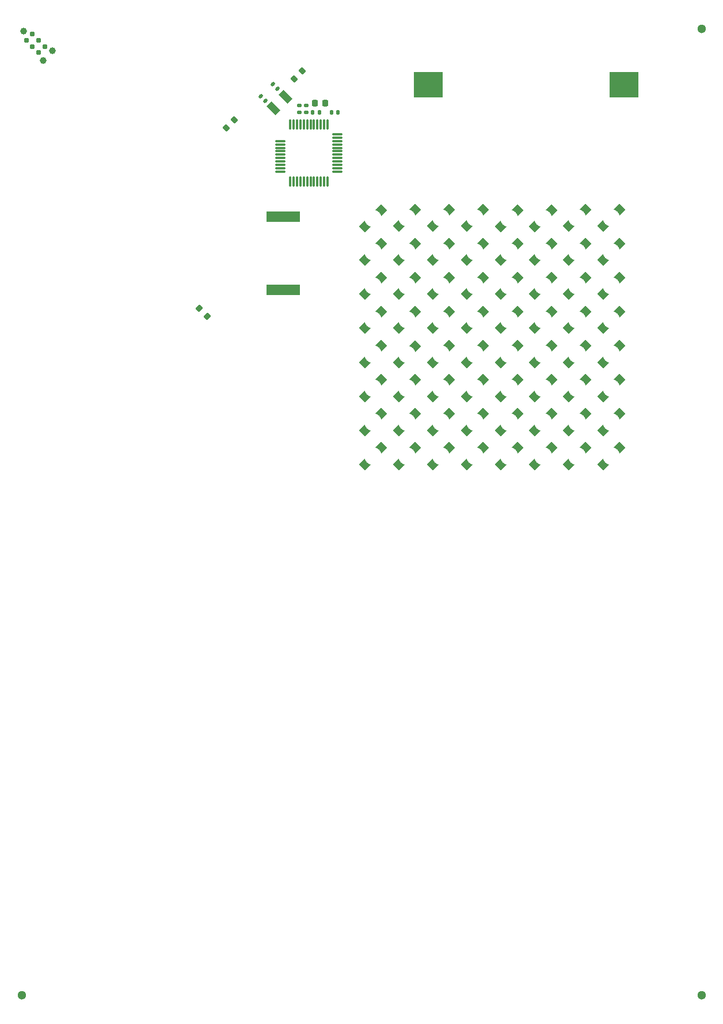
<source format=gbs>
%TF.GenerationSoftware,KiCad,Pcbnew,9.0.4*%
%TF.CreationDate,2025-09-01T02:23:15+01:00*%
%TF.ProjectId,Chirstmas-Card,43686972-7374-46d6-9173-2d436172642e,rev?*%
%TF.SameCoordinates,Original*%
%TF.FileFunction,Soldermask,Bot*%
%TF.FilePolarity,Negative*%
%FSLAX46Y46*%
G04 Gerber Fmt 4.6, Leading zero omitted, Abs format (unit mm)*
G04 Created by KiCad (PCBNEW 9.0.4) date 2025-09-01 02:23:15*
%MOMM*%
%LPD*%
G01*
G04 APERTURE LIST*
G04 Aperture macros list*
%AMRoundRect*
0 Rectangle with rounded corners*
0 $1 Rounding radius*
0 $2 $3 $4 $5 $6 $7 $8 $9 X,Y pos of 4 corners*
0 Add a 4 corners polygon primitive as box body*
4,1,4,$2,$3,$4,$5,$6,$7,$8,$9,$2,$3,0*
0 Add four circle primitives for the rounded corners*
1,1,$1+$1,$2,$3*
1,1,$1+$1,$4,$5*
1,1,$1+$1,$6,$7*
1,1,$1+$1,$8,$9*
0 Add four rect primitives between the rounded corners*
20,1,$1+$1,$2,$3,$4,$5,0*
20,1,$1+$1,$4,$5,$6,$7,0*
20,1,$1+$1,$6,$7,$8,$9,0*
20,1,$1+$1,$8,$9,$2,$3,0*%
%AMRotRect*
0 Rectangle, with rotation*
0 The origin of the aperture is its center*
0 $1 length*
0 $2 width*
0 $3 Rotation angle, in degrees counterclockwise*
0 Add horizontal line*
21,1,$1,$2,0,0,$3*%
%AMFreePoly0*
4,1,12,0.707250,0.605397,0.612657,0.415428,0.554581,0.211312,0.535000,0.000000,0.554581,-0.211312,0.612657,-0.415428,0.707250,-0.605397,0.722054,-0.625000,-0.535000,-0.625000,-0.535000,0.625000,0.722054,0.625000,0.707250,0.605397,0.707250,0.605397,$1*%
G04 Aperture macros list end*
%ADD10FreePoly0,225.000000*%
%ADD11FreePoly0,45.000000*%
%ADD12R,5.000000X1.500000*%
%ADD13R,4.200000X3.800000*%
%ADD14C,1.300000*%
%ADD15RoundRect,0.200000X0.053033X-0.335876X0.335876X-0.053033X-0.053033X0.335876X-0.335876X0.053033X0*%
%ADD16RoundRect,0.075000X-0.075000X0.662500X-0.075000X-0.662500X0.075000X-0.662500X0.075000X0.662500X0*%
%ADD17RoundRect,0.075000X-0.662500X0.075000X-0.662500X-0.075000X0.662500X-0.075000X0.662500X0.075000X0*%
%ADD18RoundRect,0.140000X-0.140000X-0.170000X0.140000X-0.170000X0.140000X0.170000X-0.140000X0.170000X0*%
%ADD19RoundRect,0.200000X-0.335876X-0.053033X-0.053033X-0.335876X0.335876X0.053033X0.053033X0.335876X0*%
%ADD20RoundRect,0.225000X-0.225000X-0.250000X0.225000X-0.250000X0.225000X0.250000X-0.225000X0.250000X0*%
%ADD21C,0.990600*%
%ADD22C,0.787400*%
%ADD23RoundRect,0.140000X0.170000X-0.140000X0.170000X0.140000X-0.170000X0.140000X-0.170000X-0.140000X0*%
%ADD24RotRect,1.000000X1.800000X225.000000*%
%ADD25RoundRect,0.140000X0.219203X0.021213X0.021213X0.219203X-0.219203X-0.021213X-0.021213X-0.219203X0*%
G04 APERTURE END LIST*
D10*
%TO.C,D45*%
X115978803Y-84521197D03*
D11*
X113421197Y-87078803D03*
%TD*%
D10*
%TO.C,D42*%
X100978803Y-84521197D03*
D11*
X98421197Y-87078803D03*
%TD*%
D10*
%TO.C,D61*%
X115978803Y-94521197D03*
D11*
X113421197Y-97078803D03*
%TD*%
D10*
%TO.C,D46*%
X120978803Y-84521197D03*
D11*
X118421197Y-87078803D03*
%TD*%
D10*
%TO.C,D54*%
X120978803Y-89521197D03*
D11*
X118421197Y-92078803D03*
%TD*%
D10*
%TO.C,D5*%
X115978803Y-59583696D03*
D11*
X113421197Y-62141302D03*
%TD*%
D10*
%TO.C,D51*%
X105978803Y-89521197D03*
D11*
X103421197Y-92078803D03*
%TD*%
D10*
%TO.C,D17*%
X95978803Y-69521197D03*
D11*
X93421197Y-72078803D03*
%TD*%
D10*
%TO.C,D7*%
X125978803Y-59521197D03*
D11*
X123421197Y-62078803D03*
%TD*%
D10*
%TO.C,D52*%
X110978803Y-89521197D03*
D11*
X108421197Y-92078803D03*
%TD*%
D10*
%TO.C,D63*%
X125978803Y-94521197D03*
D11*
X123421197Y-97078803D03*
%TD*%
D10*
%TO.C,D48*%
X130978803Y-84521197D03*
D11*
X128421197Y-87078803D03*
%TD*%
D10*
%TO.C,D50*%
X100978803Y-89521197D03*
D11*
X98421197Y-92078803D03*
%TD*%
D10*
%TO.C,D31*%
X125978803Y-74521197D03*
D11*
X123421197Y-77078803D03*
%TD*%
D10*
%TO.C,D40*%
X130978803Y-79521197D03*
D11*
X128421197Y-82078803D03*
%TD*%
D10*
%TO.C,D4*%
X110978803Y-59521197D03*
D11*
X108421197Y-62078803D03*
%TD*%
D10*
%TO.C,D49*%
X95978803Y-89521197D03*
D11*
X93421197Y-92078803D03*
%TD*%
D10*
%TO.C,D34*%
X100978803Y-79583696D03*
D11*
X98421197Y-82141302D03*
%TD*%
D10*
%TO.C,D43*%
X105978803Y-84521197D03*
D11*
X103421197Y-87078803D03*
%TD*%
D10*
%TO.C,D3*%
X105978803Y-59521197D03*
D11*
X103421197Y-62078803D03*
%TD*%
D10*
%TO.C,D13*%
X115978803Y-64521197D03*
D11*
X113421197Y-67078803D03*
%TD*%
D10*
%TO.C,D12*%
X110978803Y-64521197D03*
D11*
X108421197Y-67078803D03*
%TD*%
D10*
%TO.C,D44*%
X110978803Y-84521197D03*
D11*
X108421197Y-87078803D03*
%TD*%
D10*
%TO.C,D25*%
X95978803Y-74521197D03*
D11*
X93421197Y-77078803D03*
%TD*%
D10*
%TO.C,D22*%
X120978803Y-69521197D03*
D11*
X118421197Y-72078803D03*
%TD*%
D10*
%TO.C,D41*%
X95978803Y-84521197D03*
D11*
X93421197Y-87078803D03*
%TD*%
D10*
%TO.C,D33*%
X95978803Y-79521197D03*
D11*
X93421197Y-82078803D03*
%TD*%
D10*
%TO.C,D37*%
X115978803Y-79521197D03*
D11*
X113421197Y-82078803D03*
%TD*%
D10*
%TO.C,D9*%
X95978803Y-64521197D03*
D11*
X93421197Y-67078803D03*
%TD*%
D10*
%TO.C,D27*%
X105978803Y-74521197D03*
D11*
X103421197Y-77078803D03*
%TD*%
D10*
%TO.C,D58*%
X100978803Y-94521197D03*
D11*
X98421197Y-97078803D03*
%TD*%
D10*
%TO.C,D62*%
X120978803Y-94521197D03*
D11*
X118421197Y-97078803D03*
%TD*%
D10*
%TO.C,D6*%
X120978803Y-59583696D03*
D11*
X118421197Y-62141302D03*
%TD*%
D10*
%TO.C,D38*%
X120978803Y-79521197D03*
D11*
X118421197Y-82078803D03*
%TD*%
D10*
%TO.C,D64*%
X130978803Y-94521197D03*
D11*
X128421197Y-97078803D03*
%TD*%
D10*
%TO.C,D16*%
X130978803Y-64521197D03*
D11*
X128421197Y-67078803D03*
%TD*%
D10*
%TO.C,D19*%
X105978803Y-69521197D03*
D11*
X103421197Y-72078803D03*
%TD*%
D10*
%TO.C,D59*%
X105978803Y-94521197D03*
D11*
X103421197Y-97078803D03*
%TD*%
D10*
%TO.C,D26*%
X100978803Y-74521197D03*
D11*
X98421197Y-77078803D03*
%TD*%
D10*
%TO.C,D30*%
X120978803Y-74521197D03*
D11*
X118421197Y-77078803D03*
%TD*%
D10*
%TO.C,D1*%
X95978803Y-59583696D03*
D11*
X93421197Y-62141302D03*
%TD*%
D10*
%TO.C,D39*%
X125978803Y-79521197D03*
D11*
X123421197Y-82078803D03*
%TD*%
D10*
%TO.C,D56*%
X130978803Y-89521197D03*
D11*
X128421197Y-92078803D03*
%TD*%
D10*
%TO.C,D60*%
X110978803Y-94521197D03*
D11*
X108421197Y-97078803D03*
%TD*%
D10*
%TO.C,D57*%
X95978803Y-94521197D03*
D11*
X93421197Y-97078803D03*
%TD*%
D10*
%TO.C,D8*%
X130978803Y-59521197D03*
D11*
X128421197Y-62078803D03*
%TD*%
D10*
%TO.C,D29*%
X115978803Y-74521197D03*
D11*
X113421197Y-77078803D03*
%TD*%
D10*
%TO.C,D20*%
X110978803Y-69521197D03*
D11*
X108421197Y-72078803D03*
%TD*%
D10*
%TO.C,D18*%
X100978803Y-69521197D03*
D11*
X98421197Y-72078803D03*
%TD*%
D10*
%TO.C,D14*%
X120978803Y-64521197D03*
D11*
X118421197Y-67078803D03*
%TD*%
D10*
%TO.C,D36*%
X110978803Y-79521197D03*
D11*
X108421197Y-82078803D03*
%TD*%
D10*
%TO.C,D2*%
X100978803Y-59521197D03*
D11*
X98421197Y-62078803D03*
%TD*%
D10*
%TO.C,D11*%
X105978803Y-64521197D03*
D11*
X103421197Y-67078803D03*
%TD*%
D10*
%TO.C,D35*%
X105978803Y-79521197D03*
D11*
X103421197Y-82078803D03*
%TD*%
D10*
%TO.C,D21*%
X115978803Y-69521197D03*
D11*
X113421197Y-72078803D03*
%TD*%
D10*
%TO.C,D32*%
X130978803Y-74521197D03*
D11*
X128421197Y-77078803D03*
%TD*%
D10*
%TO.C,D47*%
X125978803Y-84521197D03*
D11*
X123421197Y-87078803D03*
%TD*%
D10*
%TO.C,D55*%
X125978803Y-89521197D03*
D11*
X123421197Y-92078803D03*
%TD*%
D10*
%TO.C,D28*%
X110978803Y-74521197D03*
D11*
X108421197Y-77078803D03*
%TD*%
D10*
%TO.C,D10*%
X100978803Y-64521197D03*
D11*
X98421197Y-67078803D03*
%TD*%
D10*
%TO.C,D53*%
X115978803Y-89521197D03*
D11*
X113421197Y-92078803D03*
%TD*%
D10*
%TO.C,D24*%
X130978803Y-69521197D03*
D11*
X128421197Y-72078803D03*
%TD*%
D10*
%TO.C,D23*%
X125978803Y-69521197D03*
D11*
X123421197Y-72078803D03*
%TD*%
D10*
%TO.C,D15*%
X125978803Y-64521197D03*
D11*
X123421197Y-67078803D03*
%TD*%
D12*
%TO.C,LS1*%
X81500000Y-71400000D03*
X81500000Y-60600000D03*
%TD*%
D13*
%TO.C,BT1*%
X102815000Y-41200000D03*
X131585000Y-41200000D03*
%TD*%
D14*
%TO.C,*%
X43000000Y-175000000D03*
%TD*%
%TO.C,REF\u002A\u002A*%
X143000000Y-33000000D03*
%TD*%
%TO.C,*%
X143000000Y-175000000D03*
%TD*%
D15*
%TO.C,R5*%
X83116637Y-40383363D03*
X84283363Y-39216637D03*
%TD*%
D16*
%TO.C,U1*%
X82500000Y-47087500D03*
X83000000Y-47087500D03*
X83500000Y-47087500D03*
X84000000Y-47087500D03*
X84500000Y-47087500D03*
X85000000Y-47087500D03*
X85500000Y-47087500D03*
X86000000Y-47087500D03*
X86500000Y-47087500D03*
X87000000Y-47087500D03*
X87500000Y-47087500D03*
X88000000Y-47087500D03*
D17*
X89412500Y-48500000D03*
X89412500Y-49000000D03*
X89412500Y-49500000D03*
X89412500Y-50000000D03*
X89412500Y-50500000D03*
X89412500Y-51000000D03*
X89412500Y-51500000D03*
X89412500Y-52000000D03*
X89412500Y-52500000D03*
X89412500Y-53000000D03*
X89412500Y-53500000D03*
X89412500Y-54000000D03*
D16*
X88000000Y-55412500D03*
X87500000Y-55412500D03*
X87000000Y-55412500D03*
X86500000Y-55412500D03*
X86000000Y-55412500D03*
X85500000Y-55412500D03*
X85000000Y-55412500D03*
X84500000Y-55412500D03*
X84000000Y-55412500D03*
X83500000Y-55412500D03*
X83000000Y-55412500D03*
X82500000Y-55412500D03*
D17*
X81087500Y-54000000D03*
X81087500Y-53500000D03*
X81087500Y-53000000D03*
X81087500Y-52500000D03*
X81087500Y-52000000D03*
X81087500Y-51500000D03*
X81087500Y-51000000D03*
X81087500Y-50500000D03*
X81087500Y-50000000D03*
X81087500Y-49500000D03*
%TD*%
D18*
%TO.C,C2*%
X85820000Y-45275000D03*
X86780000Y-45275000D03*
%TD*%
D19*
%TO.C,R2*%
X69116637Y-74116637D03*
X70283363Y-75283363D03*
%TD*%
D20*
%TO.C,C3*%
X86100000Y-43950000D03*
X87650000Y-43950000D03*
%TD*%
D21*
%TO.C,J1*%
X43250987Y-33352962D03*
X47561510Y-36226644D03*
X46124669Y-37663485D03*
D22*
X44598025Y-33801975D03*
X43700000Y-34700000D03*
X45496051Y-34700000D03*
X44598025Y-35598026D03*
X46394076Y-35598026D03*
X45496051Y-36496051D03*
%TD*%
D18*
%TO.C,C5*%
X88545000Y-45250000D03*
X89505000Y-45250000D03*
%TD*%
D23*
%TO.C,C1*%
X83850000Y-45255000D03*
X83850000Y-44295000D03*
%TD*%
D15*
%TO.C,R4*%
X73116637Y-47583363D03*
X74283363Y-46416637D03*
%TD*%
D24*
%TO.C,Y1*%
X80016117Y-44733883D03*
X81783883Y-42966117D03*
%TD*%
D23*
%TO.C,C4*%
X84850000Y-45255000D03*
X84850000Y-44295000D03*
%TD*%
D25*
%TO.C,C7*%
X80639411Y-41789411D03*
X79960589Y-41110589D03*
%TD*%
%TO.C,C6*%
X78839411Y-43589411D03*
X78160589Y-42910589D03*
%TD*%
M02*

</source>
